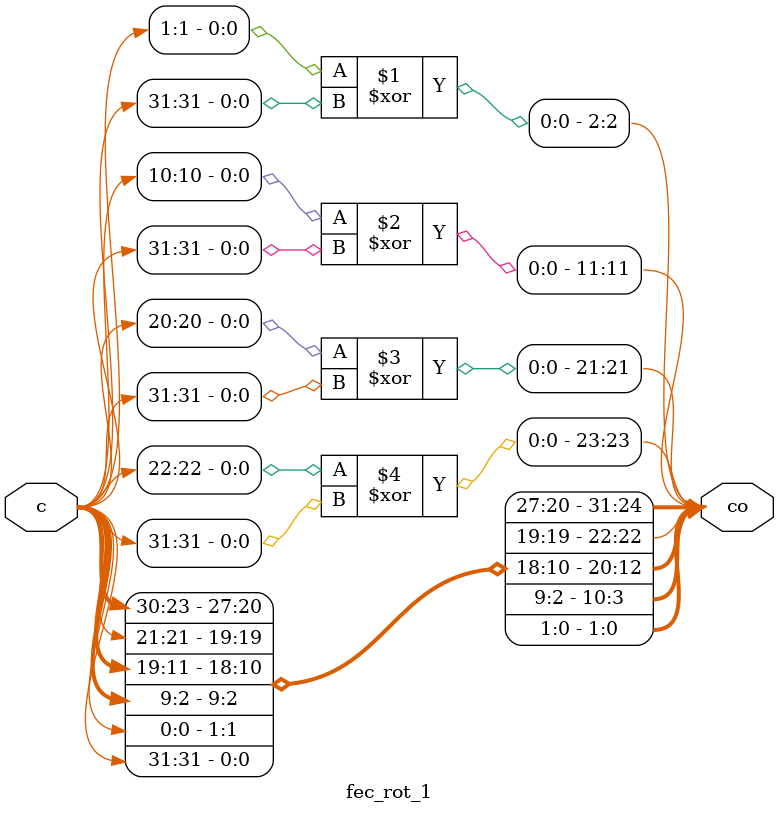
<source format=v>
/********************************CONFIDENTIAL****************************
* Copyright (c) 2013 Virtual Instruments.
* 25 Metro Dr, STE#400, San Jose, CA 95110
* www.virtualinstruments.com
* $Archive: $
* $Author: leon.zhou $
* $Date: 2013-11-13 14:43:41 -0800 (Wed, 13 Nov 2013) $
* $Revision: 3883 $
* Description:
*
* Upper level dependencies:
* Lower level dependencies:
*
* Revision History Notes:
*
*
***************************************************************************/


// Copyright 2009 Altera Corporation. All rights reserved.  
// Altera products are protected under numerous U.S. and foreign patents, 
// maskwork rights, copyrights and other intellectual property laws.  
//
// This reference design file, and your use thereof, is subject to and governed
// by the terms and conditions of the applicable Altera Reference Design 
// License Agreement (either as signed by you or found at www.altera.com).  By
// using this reference design file, you indicate your acceptance of such terms
// and conditions between you and Altera Corporation.  In the event that you do
// not agree with such terms and conditions, you may not use the reference 
// design file and please promptly destroy any copies you have made.
//
// This reference design file is being provided on an "as-is" basis and as an 
// accommodation and therefore all warranties, representations or guarantees of 
// any kind (whether express, implied or statutory) including, without 
// limitation, warranties of merchantability, non-infringement, or fitness for
// a particular purpose, are specifically disclaimed.  By making this reference
// design file available, Altera expressly does not recommend, suggest or 
// require that this reference design file be used in combination with any 
// other product not provided by Altera.
/////////////////////////////////////////////////////////////////////////////

//
// 32 bit CRC of 1 data bits (forward - LSB first)
// polynomial : 00a00805 
//    x^23 + x^21 + x^11 + x^2 + x^0
//
//        CCCCCCCCCCCCCCCCCCCCCCCCCCCCCCCC D 
//        00000000001111111111222222222233 0 
//        01234567890123456789012345678901 0 
// C00  = ...............................# . 
// C01  = #............................... . 
// C02  = .#.............................# . 
// C03  = ..#............................. . 
// C04  = ...#............................ . 
// C05  = ....#........................... . 
// C06  = .....#.......................... . 
// C07  = ......#......................... . 
// C08  = .......#........................ . 
// C09  = ........#....................... . 
// C10  = .........#...................... . 
// C11  = ..........#....................# . 
// C12  = ...........#.................... . 
// C13  = ............#................... . 
// C14  = .............#.................. . 
// C15  = ..............#................. . 
// C16  = ...............#................ . 
// C17  = ................#............... . 
// C18  = .................#.............. . 
// C19  = ..................#............. . 
// C20  = ...................#............ . 
// C21  = ....................#..........# . 
// C22  = .....................#.......... . 
// C23  = ......................#........# . 
// C24  = .......................#........ . 
// C25  = ........................#....... . 
// C26  = .........................#...... . 
// C27  = ..........................#..... . 
// C28  = ...........................#.... . 
// C29  = ............................#... . 
// C30  = .............................#.. . 
// C31  = ..............................#. . 
//
// Number of XORs used is 32
// Maximum XOR input count is 2
//   Best possible depth in 4 LUTs = 1
//   Best possible depth in 5 LUTs = 1
//   Best possible depth in 6 LUTs = 1
// Total XOR inputs 36
//

module fec_rot_1 (
	input   [31:0] c,
	output  [31:0] co
);

assign  co[0]  =  
	c[31];

assign  co[1]  =  
	c[0];

assign  co[2]  =  
	c[1] ^ c[31];

assign  co[3]  =  
	c[2];

assign  co[4]  =  
	c[3];

assign  co[5]  =  
	c[4];

assign  co[6]  =  
	c[5];

assign  co[7]  =  
	c[6];

assign  co[8]  =  
	c[7];

assign  co[9]  =  
	c[8];

assign  co[10] =  
	c[9];

assign  co[11] =  
	c[10] ^ c[31];

assign  co[12] =  
	c[11];

assign  co[13] =  
	c[12];

assign  co[14] =  
	c[13];

assign  co[15] =  
	c[14];

assign  co[16] =  
	c[15];

assign  co[17] =  
	c[16];

assign  co[18] =  
	c[17];

assign  co[19] =  
	c[18];

assign  co[20] =  
	c[19];

assign  co[21] =  
	c[20] ^ c[31];

assign  co[22] =  
	c[21];

assign  co[23] =  
	c[22] ^ c[31];

assign  co[24] =  
	c[23];

assign  co[25] =  
	c[24];

assign  co[26] =  
	c[25];

assign  co[27] =  
	c[26];

assign  co[28] =  
	c[27];

assign  co[29] =  
	c[28];

assign  co[30] =  
	c[29];

assign  co[31] =  
	c[30];

endmodule



</source>
